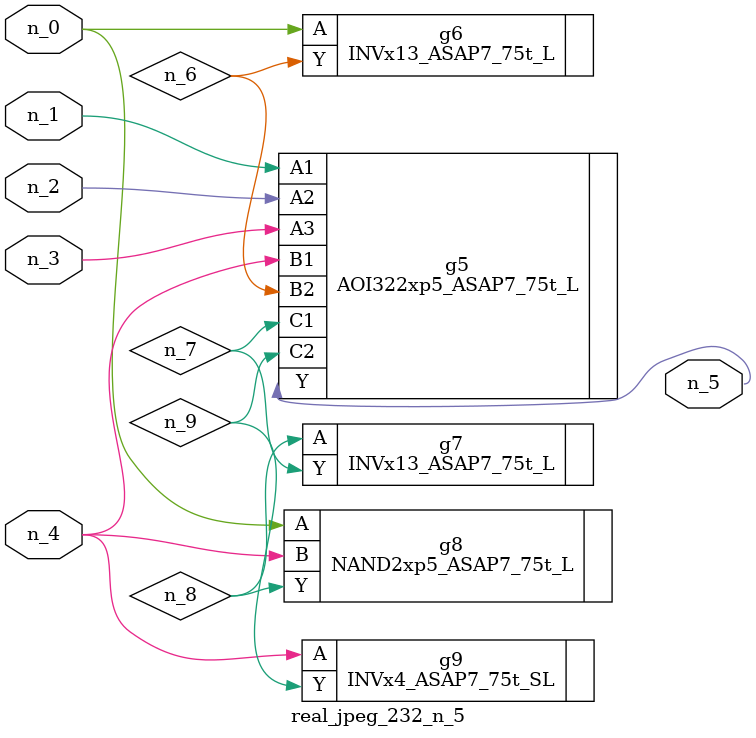
<source format=v>
module real_jpeg_232_n_5 (n_4, n_0, n_1, n_2, n_3, n_5);

input n_4;
input n_0;
input n_1;
input n_2;
input n_3;

output n_5;

wire n_8;
wire n_6;
wire n_7;
wire n_9;

INVx13_ASAP7_75t_L g6 ( 
.A(n_0),
.Y(n_6)
);

NAND2xp5_ASAP7_75t_L g8 ( 
.A(n_0),
.B(n_4),
.Y(n_8)
);

AOI322xp5_ASAP7_75t_L g5 ( 
.A1(n_1),
.A2(n_2),
.A3(n_3),
.B1(n_4),
.B2(n_6),
.C1(n_7),
.C2(n_9),
.Y(n_5)
);

INVx4_ASAP7_75t_SL g9 ( 
.A(n_4),
.Y(n_9)
);

INVx13_ASAP7_75t_L g7 ( 
.A(n_8),
.Y(n_7)
);


endmodule
</source>
